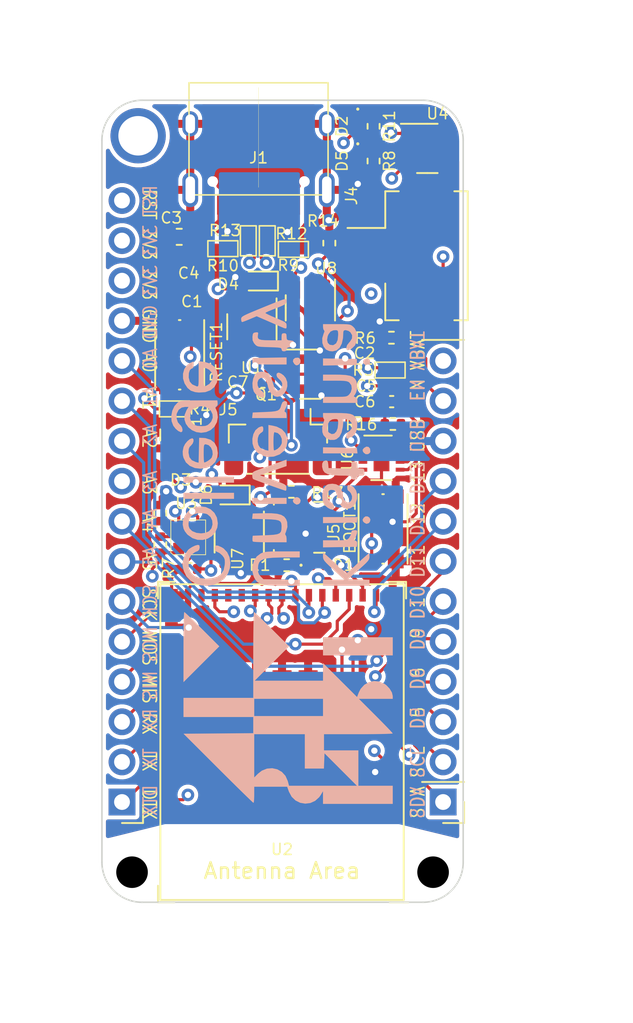
<source format=kicad_pcb>
(kicad_pcb (version 20211014) (generator pcbnew)
  (layers (0 "F.Cu" signal) (1 "In1.Cu" signal) (2 "In2.Cu" signal) (31 "B.Cu" signal) (34 "B.Paste" user) (35 "F.Paste" user) (36 "B.SilkS" user "B.Silkscreen") (37 "F.SilkS" user "F.Silkscreen") (38 "B.Mask" user) (39 "F.Mask" user) (44 "Edge.Cuts" user))
  (net 0 "")
  (net 1 "/BOOT")
  (net 2 "GND")
  (net 3 "/ENABLE")
  (net 4 "USB")
  (net 5 "+3V3")
  (net 6 "+3.3VA")
  (net 7 "D13")
  (net 8 "Net-(R15-Pad2)")
  (net 9 "Net-(D2-Pad1)")
  (net 10 "Net-(J1-PadA5)")
  (net 11 "/DP")
  (net 12 "/DN")
  (net 14 "Net-(J1-PadB5)")
  (net 16 "Net-(R16-Pad2)")
  (net 17 "Net-(D1-Pad1)")
  (net 18 "/USB_DN")
  (net 19 "/USB_DP")
  (net 20 "D5")
  (net 22 "D6")
  (net 23 "D9")
  (net 25 "D10")
  (net 26 "D11")
  (net 27 "D12")
  (net 28 "EN")
  (net 29 "VBAT")
  (net 30 "DEBUG_TX")
  (net 33 "TX")
  (net 34 "RX")
  (net 35 "MISO")
  (net 36 "MOSI")
  (net 44 "/APA_DATA")
  (net 45 "/APA_CLOCK")
  (net 46 "SCK")
  (net 48 "A5")
  (net 49 "A4")
  (net 50 "A3")
  (net 51 "A2")
  (net 52 "A1")
  (net 53 "I2C_PWR")
  (net 56 "Net-(R17-Pad2)")
  (net 57 "A0")
  (net 58 "RST")
  (net 67 "/VB")
  (net 68 "Net-(D5-Pad1)")
  (net 69 "Net-(D6-Pad1)")
  (net 70 "I2C_SCL")
  (net 71 "I2C_SDA")
  (net 72 "MAG")
  (net 73 "Net-(R8-Pad1)")
  (net 74 "Net-(R14-Pad2)")
  (footprint "Diode_SMD:D_SOD-523" (layer "F.Cu") (at 191.6 68.6 180)
    (fp_text reference "D4")
    (fp_text value "MSK4005")
  )
  (footprint "Capacitor_SMD:C_0402_1005Metric" (layer "F.Cu") (at 199.945 75.24)
    (fp_text reference "C5")
    (fp_text value "0.1uF")
  )
  (footprint "Resistor_SMD:R_0402_1005Metric" (layer "F.Cu") (at 197.8 77.6 180)
    (fp_text reference "R15" hide)
    (fp_text value "10k")
  )
  (footprint "Espressif:ESP32-S2-MINI-1" (layer "F.Cu") (at 193.007053 95.504457 180)
    (fp_text reference "U2")
    (fp_text value "ESP32-S3-MINI-1")
  )
  (footprint "Resistor_SMD:R_0402_1005Metric" (layer "F.Cu") (at 185.3 85.3 -90)
    (fp_text reference "R3" hide)
    (fp_text value "10k")
  )
  (footprint "Capacitor_SMD:C_0402_1005Metric" (layer "F.Cu") (at 199.93 73.17)
    (fp_text reference "C2")
    (fp_text value "0.1uF")
  )
  (footprint "Capacitor_SMD:C_0402_1005Metric" (layer "F.Cu") (at 191.8 75 180)
    (fp_text reference "C7")
    (fp_text value "0.1uF")
  )
  (footprint "Resistor_SMD:R_0402_1005Metric" (layer "F.Cu") (at 198.8 58.8 90)
    (fp_text reference "R11")
    (fp_text value "1k")
  )
  (footprint "Resistor_SMD:R_0402_1005Metric" (layer "F.Cu") (at 190.871278 66.054336 -90)
    (fp_text reference "R13")
    (fp_text value "33R")
  )
  (footprint "Package_TO_SOT_SMD:SOT-23-5" (layer "F.Cu") (at 190.3 85 -90)
    (fp_text reference "U7")
    (fp_text value "AP2112K-3.3")
  )
  (footprint "Resistor_SMD:R_0402_1005Metric" (layer "F.Cu") (at 187.13 86.84)
    (fp_text reference "R7")
    (fp_text value "100k")
  )
  (footprint "Package_LGA:LGA-16_3x3mm_P0.5mm_LayoutBorder3x5y" (layer "F.Cu") (at 194.1 84.2 180)
    (fp_text reference "U5")
    (fp_text value "LIS3DH")
  )
  (footprint "Resistor_SMD:R_0402_1005Metric" (layer "F.Cu") (at 199.93 72.19 180)
    (fp_text reference "R6")
    (fp_text value "100k")
  )
  (footprint "Resistor_SMD:R_0402_1005Metric" (layer "F.Cu") (at 196 66.2 -90)
    (fp_text reference "R14")
    (fp_text value "5.1k")
  )
  (footprint "ToyTronics:LTR-329ALS-01" (layer "F.Cu") (at 187.071 84.836)
    (fp_text reference "U3")
    (fp_text value "LTR-329ALS-01")
  )
  (footprint "Sensor_Humidity:Sensirion_DFN-8-1EP_2.5x2.5mm_P0.5mm_EP1.1x1.7mm" (layer "F.Cu") (at 199.3 79.8)
    (fp_text reference "U6")
    (fp_text value "SHT31-DIS")
  )
  (footprint "Package_TO_SOT_SMD:SOT-23" (layer "F.Cu") (at 194.8 74.5)
    (fp_text reference "Q1")
    (fp_text value "DMG3415u")
  )
  (footprint "LED_SMD:LED-APA102-2020" (layer "F.Cu") (at 186.7 79.2 -90)
    (fp_text reference "D3")
    (fp_text value "APA102-2020")
  )
  (footprint "Resistor_SMD:R_0402_1005Metric" (layer "F.Cu") (at 193.723312 66.595268)
    (fp_text reference "R9")
    (fp_text value "5.1k")
  )
  (footprint "Capacitor_SMD:C_0603_1608Metric" (layer "F.Cu") (at 186.5 65.8 180)
    (fp_text reference "C3")
    (fp_text value "10uF")
  )
  (footprint "Resistor_SMD:R_0402_1005Metric" (layer "F.Cu") (at 193.3 86.6)
    (fp_text reference "R1")
    (fp_text value "1k")
  )
  (footprint "Resistor_SMD:R_0402_1005Metric" (layer "F.Cu") (at 192.071278 66.054336 -90)
    (fp_text reference "R12")
    (fp_text value "33R")
  )
  (footprint "Resistor_SMD:R_0402_1005Metric" (layer "F.Cu") (at 186.2 76.7 180)
    (fp_text reference "R4")
    (fp_text value "10k")
  )
  (footprint "Connector_PinHeader_2.54mm:PinHeader_1x16_P2.54mm_Vertical" (layer "F.Cu") (at 182.88 101.6 180)
    (fp_text reference "J3" hide)
    (fp_text value "Conn_01x16_Female")
  )
  (footprint "Resistor_SMD:R_0402_1005Metric" (layer "F.Cu") (at 200.02 77.65)
    (fp_text reference "R16")
    (fp_text value "10k")
  )
  (footprint "Connector_JST:JST_SH_BM04B-SRSS-TB_1x04-1MP_P1.00mm_Vertical" (layer "F.Cu") (at 192.75 78.8 180)
    (fp_text reference "J5")
    (fp_text value "STEMMA")
  )
  (footprint "LED_SMD:LED_0402_1005Metric" (layer "F.Cu") (at 195.3 86.6)
    (fp_text reference "D1")
    (fp_text value "LED")
  )
  (footprint "LED_SMD:LED_0402_1005Metric" (layer "F.Cu") (at 197.8 58.8 -90)
    (fp_text reference "D2")
    (fp_text value "LED")
  )
  (footprint "Button_Switch_SMD:SW_Push_1P1T_NO_CK_KMR2" (layer "F.Cu") (at 186.529418 73.273076 -90)
    (fp_text reference "RESET1")
    (fp_text value "RESET")
  )
  (footprint "Resistor_SMD:R_0402_1005Metric" (layer "F.Cu") (at 193.6 81.95)
    (fp_text reference "R17")
    (fp_text value "10k")
  )
  (footprint "Resistor_SMD:R_0402_1005Metric" (layer "F.Cu") (at 199.845 74.24)
    (fp_text reference "R5")
    (fp_text value "10k")
  )
  (footprint "Connector_PinHeader_2.54mm:PinHeader_1x12_P2.54mm_Vertical" (layer "F.Cu") (at 203.2 101.6 180)
    (fp_text reference "J2" hide)
    (fp_text value "Conn_01x12_Female")
  )
  (footprint "Connector_JST:JST_PH_B2B-PH-SM4-TB_1x02-1MP_P2.00mm_Vertical" (layer "F.Cu") (at 200.4 67 -90)
    (fp_text reference "J4")
    (fp_text value "Conn_01x02_Female")
  )
  (footprint "Button_Switch_SMD:SW_Push_1P1T_NO_CK_KMR2" (layer "F.Cu") (at 199.4 84.3 90)
    (fp_text reference "BOOT1")
    (fp_text value "BOOT")
  )
  (footprint "LED_SMD:LED_0402_1005Metric" (layer "F.Cu") (at 197.8 61 -90)
    (fp_text reference "D5")
    (fp_text value "LED")
  )
  (footprint "Package_TO_SOT_SMD:SOT-23-5" (layer "F.Cu") (at 194.8 70.3 -90)
    (fp_text reference "U8")
    (fp_text value "MCP73831-2-OT")
  )
  (footprint "USB-C-Power-tester:MountingHole_2.0mm_NoPad" (layer "F.Cu") (at 183.515 106.045)
    (fp_text reference "H3" hide)
    (fp_text value "MountingHole")
  )
  (footprint "Capacitor_SMD:C_0402_1005Metric" (layer "F.Cu") (at 199.945 76.24)
    (fp_text reference "C6")
    (fp_text value "0.1uF")
  )
  (footprint "Resistor_SMD:R_0402_1005Metric" (layer "F.Cu") (at 198.8 61 90)
    (fp_text reference "R8")
    (fp_text value "1k")
  )
  (footprint "Capacitor_SMD:C_0402_1005Metric" (layer "F.Cu") (at 185.7 69.9 180)
    (fp_text reference "C1")
    (fp_text value "0.1uF")
  )
  (footprint "USB-C-Power-tester:MountingHole_2.0mm_NoPad" (layer "F.Cu") (at 202.565 106.045)
    (fp_text reference "H2" hide)
    (fp_text value "MountingHole")
  )
  (footprint "Resistor_SMD:R_0402_1005Metric" (layer "F.Cu") (at 189.264284 66.551408 180)
    (fp_text reference "R10")
    (fp_text value "5.1k")
  )
  (footprint "Capacitor_SMD:C_0402_1005Metric" (layer "F.Cu") (at 187.054766 67.169914 180)
    (fp_text reference "C4")
    (fp_text value "0.1uF")
  )
  (footprint "Diode_SMD:D_SOD-523" (layer "F.Cu") (at 189.81 82.15 180)
    (fp_text reference "D6")
    (fp_text value "MSK4005")
  )
  (footprint "USB-C-Power-tester:MountingHole_2.5mm_Pad" (layer "F.Cu") (at 183.9 59.4)
    (fp_text reference "H1" hide)
    (fp_text value "MountingHole")
  )
  (footprint "Package_TO_SOT_SMD:SOT-23-5" (layer "F.Cu") (at 191.1 71.5 -90)
    (fp_text reference "U1")
    (fp_text value "AP2112K-3.3")
  )
  (footprint "Package_TO_SOT_SMD:SOT-23" (layer "F.Cu") (at 202.2 60.2)
    (fp_text reference "U4")
    (fp_text value "MT8691AT")
  )
  (footprint "USB-C-Power-tester:TYPE-C-31-M-12" (layer "F.Cu") (at 191.520032 58.645268 180)
    (fp_text reference "J1")
    (fp_text value "USB_C_Receptacle_USB2.0")
  )
  (footprint "Resistor_SMD:R_0402_1005Metric" (layer "F.Cu") (at 185.3 83.3 90)
    (fp_text reference "R2" hide)
    (fp_text value "10k")
  )
  (footprint "feather:HK_engelsk-logo" (layer "B.Cu") (at 193.04 85.725 90)
    (fp_text reference "H4" hide)
    (fp_text value "HK Logo" hide)
  )
  (gr_line (start 181.61 59.69) (end 181.61 105.41) (layer "Edge.Cuts") (width 0.1))
  (gr_arc (start 201.93 57.15) (mid 203.726051 57.893949) (end 204.47 59.69) (layer "Edge.Cuts") (width 0.1))
  (gr_arc (start 184.15 107.95) (mid 182.353949 107.206051) (end 181.61 105.41) (layer "Edge.Cuts") (width 0.1))
  (gr_arc (start 204.47 105.41) (mid 203.726051 107.206051) (end 201.93 107.95) (layer "Edge.Cuts") (width 0.1))
  (gr_line (start 204.47 105.41) (end 204.47 59.69) (layer "Edge.Cuts") (width 0.1))
  (gr_line (start 184.15 107.95) (end 201.93 107.95) (layer "Edge.Cuts") (width 0.1))
  (gr_line (start 201.93 57.15) (end 184.15 57.15) (layer "Edge.Cuts") (width 0.1))
  (gr_arc (start 181.61 59.69) (mid 182.353949 57.893949) (end 184.15 57.15) (layer "Edge.Cuts") (width 0.1))
  (gr_text "SDA SCL  D5  D6  D9 D10 D11 D12 D13 USB  EN VBAT" (at 201.52 102.72 270) (layer "B.SilkS") (effects (font (size 0.85 0.72) (thickness 0.1)) (justify left mirror)))
  (gr_text "RST 3V3 3V3 GND A0  A1  A2   A3  A4  A5  SCK MOS MIS RX  TX  DTX" (at 184.67 62.47 90) (layer "B.SilkS") (effects (font (size 0.85 0.72) (thickness 0.1)) (justify left mirror)))
  (gr_text "RST 3V3 3V3 GND A0  A1  A2   A3  A4  A5  SCK MOS MIS RX  TX  DTX" (at 184.6 62.71 270) (layer "F.SilkS") (effects (font (size 0.85 0.72) (thickness 0.1)) (justify left)))
  (gr_text "SDA SCL  D5  D6  D9 D10 D11 D12 D13 USB  EN VBAT" (at 201.6 102.7 90) (layer "F.SilkS") (effects (font (size 0.85 0.72) (thickness 0.1)) (justify left)))
  (segment (start 198.68 86.27) (end 198.59 86.36) (width 0.2) (layer "F.Cu") (net 1))
  (segment (start 199.21 74.09) (end 199.36 74.24) (width 0.2) (layer "F.Cu") (net 1))
  (segment (start 199.36 74.24) (end 199.36 73.23) (width 0.2) (layer "F.Cu") (net 1))
  (segment (start 200.007053 98.904457) (end 199.404457 98.904457) (width 0.2) (layer "F.Cu") (net 1))
  (segment (start 199.404457 98.904457) (end 198.85 98.35) (width 0.2) (layer "F.Cu") (net 1))
  (segment (start 198.68 85.22) (end 198.68 82.37) (width 0.2) (layer "F.Cu") (net 1))
  (segment (start 199.36 73.23) (end 199.47 73.12) (width 0.2) (layer "F.Cu") (net 1))
  (segment (start 198.68 82.37) (end 198.6 82.29) (width 0.2) (layer "F.Cu") (net 1))
  (segment (start 198.44 74.09) (end 199.21 74.09) (width 0.2) (layer "F.Cu") (net 1))
  (segment (start 198.68 85.22) (end 198.68 86.27) (width 0.2) (layer "F.Cu") (net 1))
  (via (at 198.85 98.35) (size 0.8) (drill 0.4) (layers "F.Cu" "B.Cu") (net 1))
  (via (at 198.44 74.09) (size 0.8) (drill 0.4) (layers "F.Cu" "B.Cu") (net 1))
  (via (at 198.68 85.22) (size 0.8) (drill 0.4) (layers "F.Cu" "B.Cu") (net 1))
  (segment (start 187.405 87.755) (end 187.02 88.14) (width 0.2) (layer "F.Cu") (net 2))
  (segment (start 192.875 83.7) (end 192.29 83.7) (width 0.2) (layer "F.Cu") (net 2))
  (segment (start 200.475 79.05) (end 199.92 79.05) (width 0.2) (layer "F.Cu") (net 2))
  (segment (start 192.75 82.68) (end 192.4 82.68) (width 0.2) (layer "F.Cu") (net 2))
  (segment (start 200.475 79.55) (end 199.63 79.55) (width 0.2) (layer "F.Cu") (net 2))
  (segment (start 195.85 65.7) (end 195.95 65.7) (width 0.2) (layer "F.Cu") (net 2))
  (segment (start 195.325 83.2) (end 195.76 83.2) (width 0.2) (layer "F.Cu") (net 2))
  (segment (start 192.21 85.61) (end 191.99 85.83) (width 0.2) (layer "F.Cu") (net 2))
  (segment (start 198.190978 81.21) (end 197.65 81.750978) (width 0.2) (layer "F.Cu") (net 2))
  (segment (start 188.56 84.71) (end 188.56 83.56) (width 0.2) (layer "F.Cu") (net 2))
  (segment (start 200.22 85.58) (end 200.22 86.33) (width 0.2) (layer "F.Cu") (net 2))
  (segment (start 191.595 87.755) (end 187.405 87.755) (width 0.2) (layer "F.Cu") (net 2))
  (segment (start 192.79 86.19) (end 192.21 85.61) (width 0.2) (layer "F.Cu") (net 2))
  (segment (start 199.3 79.8) (end 199.3 79.08) (width 0.2) (layer "F.Cu") (net 2))
  (segment (start 199.3 79.8) (end 199.3 81.21) (width 0.2) (layer "F.Cu") (net 2))
  (segment (start 201.13 76.25) (end 200.44 76.25) (width 0.2) (layer "F.Cu") (net 2))
  (segment (start 200.2 82.25) (end 199.22 83.23) (width 0.2) (layer "F.Cu") (net 2))
  (segment (start 188.145032 64.504968) (end 187.9 64.75) (width 0.2) (layer "F.Cu") (net 2))
  (segment (start 198.8 59.4) (end 199.6 60.2) (width 0.2) (layer "F.Cu") (net 2))
  (segment (start 199.22 83.23) (end 199.22 84.58) (width 0.2) (layer "F.Cu") (net 2))
  (segment (start 200.86 73.14) (end 201.5 73.78) (width 0.2) (layer "F.Cu") (net 2))
  (segment (start 195.15 64.75) (end 195.95 64.75) (width 0.2) (layer "F.Cu") (net 2))
  (segment (start 198.8 59.31) (end 198.8 59.4) (width 0.2) (layer "F.Cu") (net 2))
  (segment (start 193.09 81.95) (end 193.09 82.34) (width 0.2) (layer "F.Cu") (net 2))
  (segment (start 192.875 84.7) (end 192.3 84.7) (width 0.2) (layer "F.Cu") (net 2))
  (segment (start 187.405 87.755) (end 187.405 87.725) (width 0.2) (layer "F.Cu") (net 2))
  (segment (start 198.32 78.1) (end 198.32 77.59) (width 0.2) (layer "F.Cu") (net 2))
  (segment (start 188.420032 64.629968) (end 188.3 64.75) (width 0.2) (layer "F.Cu") (net 2))
  (segment (start 191.99 85.83) (end 191.99 87.36) (width 0.2) (layer "F.Cu") (net 2))
  (segment (start 191.99 87.36) (end 191.595 87.755) (width 0.2) (layer "F.Cu") (net 2))
  (segment (start 187.671 85.536) (end 187.734 85.536) (width 0.2) (layer "F.Cu") (net 2))
  (segment (start 199.6 60.2) (end 203.15 60.2) (width 0.2) (layer "F.Cu") (net 2))
  (segment (start 187.02 88.14) (end 187.02 88.51) (width 0.2) (layer "F.Cu") (net 2))
  (segment (start 185.674297 71.223573) (end 185.674297 70.624297) (width 0.2) (layer "F.Cu") (net 2))
  (segment (start 186.62 86.84) (end 186.56 86.84) (width 0.2) (layer "F.Cu") (net 2))
  (segment (start 194.657053 97.154457) (end 194.657053 98.137053) (width 0.2) (layer "F.Cu") (net 2))
  (segment (start 188.145032 63.745268) (end 188.145032 64.504968) (width 0.2) (layer "F.Cu") (net 2))
  (segment (start 186.02 87.38) (end 186.02 88.53) (width 0.2) (layer "F.Cu") (net 2))
  (segment (start 188.420032 63.745268) (end 188.420032 64.629968) (width 0.2) (layer "F.Cu") (net 2))
  (segment (start 199.22 84.58) (end 200.22 85.58) (width 0.2) (layer "F.Cu") (net 2))
  (segment (start 194.657053 98.137053) (end 195.58 99.06) (width 0.2) (layer "F.Cu") (net 2))
  (segment (start 185.215 70.165) (end 185.215 69.9) (width 0.2) (layer "F.Cu") (net 2))
  (segment (start 200.43 73.14) (end 200.86 73.14) (width 0.2) (layer "F.Cu") (net 2))
  (segment (start 201.85 79.92) (end 201.85 76.97) (width 0.2) (layer "F.Cu") (net 2))
  (segment (start 194.895032 64.495032) (end 195.15 64.75) (width 0.2) (layer "F.Cu") (net 2))
  (segment (start 187.671 85.536) (end 187.671 85.659) (width 0.2) (layer "F.Cu") (net 2))
  (segment (start 201.85 79.92) (end 202.21 79.92) (width 0.2) (layer "F.Cu") (net 2))
  (segment (start 187.9 64.75) (end 187.75 64.75) (width 0.2) (layer "F.Cu") (net 2))
  (segment (start 188.3 64.75) (end 187.75 64.75) (width 0.2) (layer "F.Cu") (net 2))
  (segment (start 194.620032 64.470032) (end 195.85 65.7) (width 0.2) (layer "F.Cu") (net 2))
  (segment (start 192.79 86.6) (end 192.79 86.19) (width 0.2) (layer "F.Cu") (net 2))
  (segment (start 200.22 85.58) (end 201.85 83.95) (width 0.2) (layer "F.Cu") (net 2))
  (segment (start 199.3 81.21) (end 199.3 81.29) (width 0.2) (layer "F.Cu") (net 2))
  (segment (start 194.657053 97.154457) (end 194.657053 95.507053) (width 0.2) (layer "F.Cu") (net 2))
  (segment (start 194.657053 97.154457) (end 193.004457 97.154457) (width 0.2) (layer "F.Cu") (net 2))
  (segment (start 195.76 83.2) (end 195.91 83.05) (width 0.2) (layer "F.Cu") (net 2))
  (segment (start 195.91 83.05) (end 195.91 81.86) (width 0.2) (layer "F.Cu") (net 2))
  (segment (start 199.3 79.08) (end 198.32 78.1) (width 0.2) (layer "F.Cu") (net 2))
  (segment (start 187.734 85.536) (end 188.56 84.71) (width 0.2) (layer "F.Cu") (net 2))
  (segment (start 199.3 81.21) (end 198.190978 81.21) (width 0.2) (layer "F.Cu") (net 2))
  (segment (start 190.3 83.8625) (end 190.3 83.08) (width 0.2) (layer "F.Cu") (net 2))
  (segment (start 186.62 86.84) (end 186.62 86.97) (width 0.2) (layer "F.Cu") (net 2))
  (segment (start 187.671 85.659) (end 186.56 86.77) (width 0.2) (layer "F.Cu") (net 2))
  (segment (start 193.09 82.34) (end 192.75 82.68) (width 0.2) (layer "F.Cu") (net 2))
  (segment (start 201.85 83.95) (end 201.85 79.92) (width 0.2) (layer "F.Cu") (net 2))
  (segment (start 199.3 81.29) (end 200.2 82.19) (width 0.2) (layer "F.Cu") (net 2))
  (segment (start 194.620032 63.745268) (end 194.620032 64.470032) (width 0.2) (layer "F.Cu") (net 2))
  (segment (start 194.657053 95.507053) (end 194.65 95.5) (width 0.2) (layer "F.Cu") (net 2))
  (segment (start 192.29 83.7) (end 192.26 83.73) (width 0.2) (layer "F.Cu") (net 2))
  (segment (start 193.004457 97.154457) (end 193 97.15) (width 0.2) (layer "F.Cu") (net 2))
  (segment (start 199.63 79.55) (end 199.44 79.74) (width 0.2) (layer "F.Cu") (net 2))
  (segment (start 202.21 79.92) (end 202.31 80.02) (width 0.2) (layer "F.Cu") (net 2))
  (segment (start 186.62 86.97) (end 187.405 87.755) (width 0.2) (layer "F.Cu") (net 2))
  (segment (start 195.91 81.86) (end 196.22 81.55) (width 0.2) (layer "F.Cu") (net 2))
  (segment (start 185.674297 70.624297) (end 185.215 70.165) (width 0.2) (layer "F.Cu") (net 2))
  (segment (start 197.65 81.750978) (end 197.65 83.18) (width 0.2) (layer "F.Cu") (net 2))
  (segment (start 190.3 83.08) (end 189.84 82.62) (width 0.2) (layer "F.Cu") (net 2))
  (segment (start 194.895032 63.745268) (end 194.895032 64.495032) (width 0.2) (layer "F.Cu") (net 2))
  (segment (start 186.56 86.84) (end 186.02 87.38) (width 0.2) (layer "F.Cu") (net 2))
  (segment (start 187.75 64.75) (end 187.2 64.75) (width 0.2) (layer "F.Cu") (net 2))
  (segment (start 199.92 79.05) (end 199.33 79.64) (width 0.2) (layer "F.Cu") (net 2))
  (segment (start 201.85 76.97) (end 201.13 76.25) (width 0.2) (layer "F.Cu") (net 2))
  (via (at 198.65 90.65) (size 0.8) (drill 0.4) (layers "F.Cu" "B.Cu") (net 2))
  (via (at 195.95 64.75) (size 0.8) (drill 0.4) (layers "F.Cu" "B.Cu") (net 2))
  (segment (start 187.274297 75.323573) (end 187.274297 73.474297) (width 0.2) (layer "F.Cu") (net 3))
  (segment (start 186.745543 101.454457) (end 187.05 101.15) (width 0.2) (layer "F.Cu") (net 3))
  (segment (start 187.3 70.5) (end 187.3 71.2) (width 0.2) (layer "F.Cu") (net 3))
  (segment (start 187.329418 75.323076) (end 187.329418 75.970582) (width 0.2) (layer "F.Cu") (net 3))
  (segment (start 186.007053 101.454457) (end 186.745543 101.454457) (width 0.2) (layer "F.Cu") (net 3))
  (segment (start 187.274297 71.223573) (end 187.274297 73.325703) (width 0.2) (layer "F.Cu") (net 3))
  (segment (start 186.7 69.9) (end 187.3 70.5) (width 0.2) (layer "F.Cu") (net 3))
  (segment (start 187.274297 73.474297) (end 187.2 73.4) (width 0.2) (layer "F.Cu") (net 3))
  (segment (start 187.274297 73.325703) (end 187.2 73.4) (width 0.2) (layer "F.Cu") (net 3))
  (segment (start 186.185 69.9) (end 186.7 69.9) (width 0.2) (layer "F.Cu") (net 3))
  (segment (start 187.329418 75.970582) (end 186.7 76.6) (width 0.2) (layer "F.Cu") (net 3))
  (via (at 187.05 101.15) (size 0.8) (drill 0.4) (layers "F.Cu" "B.Cu") (net 3))
  (via (at 187.2 73.4) (size 0.8) (drill 0.4) (layers "F.Cu" "B.Cu") (net 3))
  (segment (start 189.5505 65.450005) (end 189.020032 64.919537) (width 0.25) (layer "F.Cu") (net 4))
  (segment (start 189.220032 65.119537) (end 189.5505 65.450005) (width 0.25) (layer "F.Cu") (net 4))
  (segment (start 189.220032 63.755268) (end 189.220032 65.119537) (width 0.25) (layer "F.Cu") (net 4))
  (segment (start 189.09 82.06) (end 189.09 81.37) (width 0.2) (layer "F.Cu") (net 4))
  (segment (start 189.09 81.37) (end 188.56 80.84) (width 0.2) (layer "F.Cu") (net 4))
  (segment (start 194.020032 64.830179) (end 193.351306 65.498905) (width 0.2) (layer "F.Cu") (net 4))
  (segment (start 190.3 68.6) (end 190.05 68.35) (width 0.2) (layer "F.Cu") (net 4))
  (segment (start 193.8625 72.8125) (end 193.7 72.65) (width 0.2) (layer "F.Cu") (net 4))
  (segment (start 193.8625 73.55) (end 193.8625 72.8125) (width 0.2) (layer "F.Cu") (net 4))
  (segment (start 189.020032 64.779968) (end 188.605 65.195) (width 0.2) (layer "F.Cu") (net 4))
  (segment (start 188.349653 65.450347) (end 189.550158 65.450347) (width 0.25) (layer "F.Cu") (net 4))
  (segment (start 189.5505 65.443988) (end 189.5505 65.450005) (width 0.25) (layer "F.Cu") (net 4))
  (segment (start 188.920032 64.879968) (end 188.605 65.195) (width 0.25) (layer "F.Cu") (net 4))
  (segment (start 190.9 68.6) (end 190.3 68.6) (width 0.2) (layer "F.Cu") (net 4))
  (segment (start 193.820032 65.030179) (end 193.351306 65.498905) (width 0.25) (layer "F.Cu") (net 4))
  (segment (start 189.020032 64.919537) (end 189.020032 64.779968) (width 0.25) (layer "F.Cu") (net 4))
  (segment (start 187.699653 65.450347) (end 187.35 65.8) (width 0.25) (layer "F.Cu") (net 4))
  (segment (start 189.550158 65.450347) (end 189.5505 65.450005) (width 0.25) (layer "F.Cu") (net 4))
  (segment (start 189.020032 63.745268) (end 189.020032 64.779968) (width 0.2) (layer "F.Cu") (net 4))
  (segment (start 193.820032 63.755268) (end 193.820032 65.030179) (width 0.25) (layer "F.Cu") (net 4))
  (segment (start 187.2875 65.8) (end 187.2875 66.9375) (width 0.2) (layer "F.Cu") (net 4))
  (segment (start 188.605 65.195) (end 188.349653 65.450347) (width 0.25) (layer "F.Cu") (net 4))
  (segment (start 194.020032 63.745268) (end 194.020032 64.830179) (width 0.2) (layer "F.Cu") (net 4))
  (segment (start 187.2875 66.9375) (end 187.55 67.2) (width 0.2) (layer "F.Cu") (net 4))
  (segment (start 188.349653 65.450347) (end 187.699653 65.450347) (width 0.25) (layer "F.Cu") (net 4))
  (via (at 193.7 72.65) (size 0.8) (drill 0.4) (layers "F.Cu" "B.Cu") (net 4))
  (via (at 189.5505 65.450005) (size 0.8) (drill 0.4) (layers "F.Cu" "B.Cu") (net 4))
  (via (at 188.56 80.84) (size 0.8) (drill 0.4) (layers "F.Cu" "B.Cu") (net 4))
  (via (at 190.05 68.35) (size 0.8) (drill 0.4) (layers "F.Cu" "B.Cu") (net 4))
  (via (at 193.351306 65.498905) (size 0.8) (drill 0.4) (layers "F.Cu" "B.Cu") (net 4))
  (segment (start 188.56 80.84) (end 188.56 80.32) (width 0.2) (layer "B.Cu") (net 4))
  (segment (start 188.56 80.32) (end 189.41 79.47) (width 0.2) (layer "B.Cu") (net 4))
  (segment (start 199.95 59.25) (end 199.9 59.2) (width 0.2) (layer "F.Cu") (net 5))
  (segment (start 193.25 78.65) (end 193.6 79) (width 0.2) (layer "F.Cu") (net 5))
  (segment (start 200.007053 99.754457) (end 198.954457 99.754457) (width 0.2) (layer "F.Cu") (net 5))
  (segment (start 184.969607 76.7) (end 184.3005 76.030893) (width 0.2) (layer "F.Cu") (net 5))
  (segment (start 199.46 75.24) (end 200.32 74.38) (width 0.2) (layer "F.Cu") (net 5))
  (segment (start 197.465 59.285) (end 196.9 59.85) (width 0.2) (layer "F.Cu") (net 5))
  (segment (start 198.954457 99.754457) (end 198.9 99.7) (width 0.2) (layer "F.Cu") (net 5))
  (segment (start 201.2625 59.25) (end 199.95 59.25) (width 0.2) (layer "F.Cu") (net 5))
  (segment (start 193.25 77.475) (end 193.25 78.65) (width 0.2) (layer "F.Cu") (net 5))
  (segment (start 200.32 74.38) (end 200.32 74.21) (width 0.2) (layer "F.Cu") (net 5))
  (segment (start 192.05 72.6375) (end 192.05 73.2) (width 0.2) (layer "F.Cu") (net 5))
  (segment (start 185.715 76.7) (end 184.969607 76.7) (width 0.2) (layer "F.Cu") (net 5))
  (segment (start 199.46 75.24) (end 198.41 75.24) (width 0.2) (layer "F.Cu") (net 5))
  (segment (start 197.8 59.285) (end 197.465 59.285) (width 0.2) (layer "F.Cu") (net 5))
  (segment (start 198.41 75.24) (end 198.4 75.25) (width 0.2) (layer "F.Cu") (net 5))
  (segment (start 192.05 73.2) (end 191.3 73.95) (width 0.2) (layer "F.Cu") (net 5))
  (via (at 184.3005 76.030893) (size 0.8) (drill 0.4) (layers "F.Cu" "B.Cu") (net 5))
  (via (at 199.9 59.2) (size 0.8) (drill 0.4) (layers "F.Cu" "B.Cu") (net 5))
  (via (at 191.3 73.95) (size 0.8) (drill 0.4) (layers "F.Cu" "B.Cu") (net 5))
  (via (at 198.9 99.7) (size 0.8) (drill 0.4) (layers "F.Cu" "B.Cu") (net 5))
  (via (at 198.4 75.25) (size 0.8) (drill 0.4) (layers "F.Cu" "B.Cu") (net 5))
  (via (at 196.9 59.85) (size 0.8) (drill 0.4) (layers "F.Cu" "B.Cu") (net 5))
  (via (at 193.6 79) (size 0.8) (drill 0.4) (layers "F.Cu" "B.Cu") (net 5))
  (segment (start 193.6 79) (end 193.6 76.25) (width 0.2) (layer "B.Cu") (net 5))
  (segment (start 193.6 76.25) (end 191.3 73.95) (width 0.2) (layer "B.Cu") (net 5))
  (segment (start 200.957171 83.852829) (end 201.5 83.31) (width 0.2) (layer "F.Cu") (net 6))
  (segment (start 199.465 76.945) (end 199.51 76.99) (width 0.2) (layer "F.Cu") (net 6))
  (segment (start 200.475 80.55) (end 200.97 80.55) (width 0.2) (layer "F.Cu") (net 6))
  (segment (start 195.325 85.2) (end 195.325 85.451618) (width 0.2) (layer "F.Cu") (net 6))
  (segment (start 185.3 82.79) (end 185.3 82.289) (width 0.2) (layer "F.Cu") (net 6))
  (segment (start 191.25 86.25) (end 190.4 87.1) (width 0.2) (layer "F.Cu") (net 6))
  (segment (start 201.5 83.31) (end 201.5 79.91) (width 0.2) (layer "F.Cu") (net 6))
  (segment (start 200.96 76.99) (end 199.51 76.99) (width 0.2) (layer "F.Cu") (net 6))
  (segment (start 199.51 77.65) (end 199.51 76.99) (width 0.2) (layer "F.Cu") (net 6))
  (segment (start 193.6 83.701923) (end 194.498725 84.600648) (width 0.2) (layer "F.Cu") (net 6))
  (segment (start 185.3 86.32) (end 184.8 86.82) (width 0.2) (layer "F.Cu") (net 6))
  (segment (start 193.6 85.425) (end 193.6 85.7) (width 0.2) (layer "F.Cu") (net 6))
  (segment (start 201.5 79.91) (end 201.5 77.53) (width 0.2) (layer "F.Cu") (net 6))
  (segment (start 193.6 85.173382) (end 194.172734 84.600648) (width 0.2) (layer "F.Cu") (net 6))
  (segment (start 185.3 85.81) (end 185.3 86.32) (width 0.2) (layer "F.Cu") (net 6))
  (segment (start 184.8 86.82) (end 184.8 87.3) (width 0.2) (layer "F.Cu") (net 6))
  (segment (start 186.224 85.81) (end 186.436 85.598) (width 0.2) (layer "F.Cu") (net 6))
  (segment (start 199.465 76.24) (end 199.465 76.945) (width 0.2) (layer "F.Cu") (net 6))
  (segment (start 193.9 86) (end 193.6 85.7) (width 0.2) (layer "F.Cu") (net 6))
  (segment (start 200.97 80.55) (end 201.5 80.02) (width 0.2) (layer "F.Cu") (net 6))
  (segment (start 193.6 85.425) (end 193.6 85.173382) (width 0.2) (layer "F.Cu") (net 6))
  (segment (start 185.3 85.81) (end 186.224 85.81) (width 0.2) (layer "F.Cu") (net 6))
  (segment (start 193.6 82.975) (end 193.6 83.701923) (width 0.2) (layer "F.Cu") (net 6))
  (segment (start 194.776618 86) (end 193.9 86) (width 0.2) (layer "F.Cu") (net 6))
  (segment (start 195.325 85.451618) (end 194.776618 86) (width 0.2) (layer "F.Cu") (net 6))
  (segment (start 194.172734 84.600648) (end 194.498725 84.600648) (width 0.2) (layer "F.Cu") (net 6))
  (segment (start 200 83.85) (end 200.957171 83.852829) (width 0.2) (layer "F.Cu") (net 6))
  (segment (start 185.3 82.289) (end 185.674 81.915) (width 0.2) (layer "F.Cu") (net 6))
  (segment (start 201.5 77.53) (end 200.96 76.99) (width 0.2) (layer "F.Cu") (net 6))
  (segment (start 191.25 86.1375) (end 191.25 86.25) (width 0.2) (layer "F.Cu") (net 6))
  (segment (start 201.5 80.02) (end 201.5 79.91) (width 0.2) (layer "F.Cu") (net 6))
  (via (at 184.8 87.3) (size 0.8) (drill 0.4) (layers "F.Cu" "B.Cu") (net 6))
  (via (at 185.674 81.915) (size 0.8) (drill 0.4) (layers "F.Cu" "B.Cu") (net 6))
  (via (at 200 83.85) (size 0.8) (drill 0.4) (layers "F.Cu" "B.Cu") (net 6))
  (via (at 194.498725 84.600648) (size 0.8) (drill 0.4) (layers "F.Cu" "B.Cu") (net 6))
  (via (at 190.4 87.1) (size 0.8) (drill 0.4) (layers "F.Cu" "B.Cu") (net 6))
  (segment (start 197.45 87.3) (end 196.75 86.6) (width 0.2) (layer "F.Cu") (net 7))
  (segment (start 195.785 86.6) (end 196.75 86.6) (width 0.2) (layer "F.Cu") (net 7))
  (segment (start 197.5 87.35) (end 197.5 87.3) (width 0.2) (layer "F.Cu") (net 7))
  (segment (start 197.45 87.3) (end 197.5 87.3) (width 0.2) (layer "F.Cu") (net 7))
  (segment (start 198.107053 87.957053) (end 198.107053 88.504457) (width 0.2) (layer "F.Cu") (net 7))
  (segment (start 198.107053 87.957053) (end 197.5 87.35) (width 0.2) (layer "F.Cu") (net 7))
  (via (at 196.75 86.6) (size 0.8) (drill 0.4) (layers "F.Cu" "B.Cu") (net 7))
  (segment (start 201.85 84.6) (end 201.85 82.65) (width 0.2) (layer "B.Cu") (net 7))
  (segment (start 196.8 86.6) (end 196.75 86.6) (width 0.2) (layer "B.Cu") (net 7))
  (segment (start 201.85 82.65) (end 203.2 81.3) (width 0.2) (layer "B.Cu") (net 7))
  (segment (start 197.5 87.3) (end 199.15 87.3) (width 0.2) (layer "B.Cu") (net 7))
  (segment (start 199.15 87.3) (end 201.85 84.6) (width 0.2) (layer "B.Cu") (net 7))
  (segment (start 197.5 87.3) (end 196.8 86.6) (width 0.2) (layer "B.Cu") (net 7))
  (segment (start 196.6 78.27) (end 197.24 77.63) (width 0.2) (layer "F.Cu") (net 8))
  (segment (start 197.14 79.55) (end 196.6 79.01) (width 0.2) (layer "F.Cu") (net 8))
  (segment (start 198.125 79.55) (end 197.14 79.55) (width 0.2) (layer "F.Cu") (net 8))
  (segment (start 196.6 79.01) (end 196.6 78.27) (width 0.2) (layer "F.Cu") (net 8))
  (segment (start 198.8 58.29) (end 197.86 58.29) (width 0.2) (layer "F.Cu") (net 9))
  (segment (start 197.86 58.29) (end 197.8 58.35) (width 0.2) (layer "F.Cu") (net 9))
  (segment (start 193.2 66.55) (end 193.25 66.55) (width 0.2) (layer "F.Cu") (net 10))
  (segment (start 192.7 66.05) (end 193.2 66.55) (width 0.2) (layer "F.Cu") (net 10))
  (segment (start 192.7 64.95) (end 192.7 66.05) (width 0.2) (layer "F.Cu") (net 10))
  (segment (start 192.770032 63.745268) (end 192.770032 64.879968) (width 0.2) (layer "F.Cu") (net 10))
  (segment (start 192.770032 64.879968) (end 192.7 64.95) (width 0.2) (layer "F.Cu") (net 10))
  (segment (start 191.770032 64.60429) (end 190.923312 65.45101) (width 0.2) (layer "F.Cu") (net 11))
  (segment (start 190.923312 65.45101) (end 190.923312 65.595268) (width 0.2) (layer "F.Cu") (net 11))
  (segment (start 190.770032 65.341988) (end 190.923312 65.495268) (width 0.2) (layer "F.Cu") (net 11))
  (segment (start 190.770032 63.755268) (end 190.770032 65.341988) (width 0.2) (layer "F.Cu") (net 11))
  (segment (start 191.770032 63.755268) (end 191.770032 64.60429) (width 0.2) (layer "F.Cu") (net 11))
  (segment (start 192.270032 65.348548) (end 192.270032 62.906246) (width 0.2) (layer "F.Cu") (net 12))
  (segment (start 192.268139 62.380978) (end 192.268139 62.904353) (width 0.2) (layer "F.Cu") (net 12))
  (segment (start 192.268139 62.380978) (end 192.057161 62.17) (width 0.2) (layer "F.Cu") (net 12))
  (segment (start 192.268139 62.904353) (end 192.270032 62.906246) (width 0.2) (layer "F.Cu") (net 12))
  (segment (start 192.023312 65.595268) (end 192.270032 65.348548) (width 0.2) (layer "F.Cu") (net 12))
  (segment (start 191.270032 63.745268) (end 191.270032 62.406593) (width 0.2) (layer "F.Cu") (net 12))
  (segment (start 191.502839 62.17) (end 191.268139 62.4047) (width 0.2) (layer "F.Cu") (net 12))
  (segment (start 191.270032 62.406593) (end 191.268139 62.4047) (width 0.2) (layer "F.Cu") (net 12))
  (segment (start 192.057161 62.17) (end 191.502839 62.17) (width 0.2) (layer "F.Cu") (net 12))
  (segment (start 190.2 66.05) (end 189.749284 66.500716) (width 0.2) (layer "F.Cu") (net 14))
  (segment (start 189.770032 63.745268) (end 189.770032 64.570032) (width 0.2) (layer "F.Cu") (net 14))
  (segment (start 189.770032 64.570032) (end 190.2 65) (width 0.2) (layer "F.Cu") (net 14))
  (segment (start 190.2 65) (end 190.2 66.05) (width 0.2) (layer "F.Cu") (net 14))
  (segment (start 189.749284 66.500716) (end 189.749284 66.551408) (width 0.2) (layer "F.Cu") (net 14))
  (segment (start 200.475 80.05) (end 200.95 80.05) (width 0.2) (layer "F.Cu") (net 16))
  (segment (start 200.95 80.05) (end 201.150489 79.849511) (width 0.2) (layer "F.Cu") (net 16))
  (segment (start 201.150489 79.849511) (end 201.150489 78.270489) (width 0.2) (layer "F.Cu") (net 16))
  (segment (start 201.150489 78.270489) (end 200.53 77.65) (width 0.2) (layer "F.Cu") (net 16))
  (segment (start 193.81 86.6) (end 194.85 86.6) (width 0.2) (layer "F.Cu") (net 17))
  (segment (start 191.696279 67.139832) (end 191.996278 67.439831) (width 0.2) (layer "F.Cu") (net 18))
  (segment (start 193.007053 88.504457) (end 193.007053 89.104458) (width 0.2) (layer "F.Cu") (net 18))
  (segment (start 192.807053 89.304458) (end 192.807054 89.668051) (width 0.2) (layer "F.Cu") (net 18))
  (segment (start 192.807054 89.668051) (end 193.107053 89.96805) (width 0.2) (layer "F.Cu") (net 18))
  (segment (start 191.696279 66.914335) (end 191.696279 67.139832) (width 0.2) (layer "F.Cu") (net 18))
  (segment (start 192.071278 66.539336) (end 191.696279 66.914335) (width 0.2) (layer "F.Cu") (net 18))
  (segment (start 193.007053 89.104458) (end 192.807053 89.304458) (width 0.2) (layer "F.Cu") (net 18))
  (via (at 193.107053 89.96805) (size 0.8) (drill 0.4) (layers "F.Cu" "B.Cu") (net 18))
  (via (at 191.996278 67.439831) (size 0.8) (drill 0.4) (layers "F.Cu" "B.Cu") (net 18))
  (segment (start 191.246277 67.139832) (end 190.946278 67.439831) (width 0.2) (layer "F.Cu") (net 19))
  (segment (start 192.157053 89.104458) (end 192.357053 89.304458) (width 0.2) (layer "F.Cu") (net 19))
  (segment (start 191.246277 66.914335) (end 191.246277 67.139832) (width 0.2) (layer "F.Cu") (net 19))
  (segment (start 190.871278 66.539336) (end 191.246277 66.914335) (width 0.2) (layer "F.Cu") (net 19))
  (segment (start 192.157053 88.504457) (end 192.157053 89.104458) (width 0.2) (layer "F.Cu") (net 19))
  (segment (start 192.357052 89.668051) (end 192.057053 89.96805) (width 0.2) (layer "F.Cu") (net 19))
  (segment (start 192.357053 89.304458) (end 192.357052 89.668051) (width 0.2) (layer "F.Cu") (net 19))
  (via (at 190.946278 67.439831) (size 0.8) (drill 0.4) (layers "F.Cu" "B.Cu") (net 19))
  (via (at 192.057053 89.96805) (size 0.8) (drill 0.4) (layers "F.Cu" "B.Cu") (net 19))
  (segment (start 201.254457 94.654457) (end 203.2 96.6) (width 0.2) (layer "F.Cu") (net 20))
  (segment (start 200.007053 94.654457) (end 201.254457 94.654457) (width 0.2) (layer "F.Cu") (net 20))
  (segment (start 200.007053 93.804457) (end 200.202596 94) (width 0.2) (layer "F.Cu") (net 22))
  (segment (start 200.202596 94) (end 203.2 94) (width 0.2) (layer "F.Cu") (net 22))
  (segment (start 200.007053 91.254457) (end 203.054457 91.254457) (width 0.2) (layer "F.Cu") (net 23))
  (segment (start 203.054457 91.254457) (end 203.2 91.4) (width 0.2) (layer "F.Cu") (net 23))
  (segment (start 200.007053 90.404457) (end 201.795543 90.404457) (width 0.2) (layer "F.Cu") (net 25))
  (segment (start 201.795543 90.404457) (end 203.2 89) (width 0.2) (layer "F.Cu") (net 25))
  (segment (start 200.645543 89.554457) (end 203.2 87) (width 0.2) (layer "F.Cu") (net 26))
  (segment (start 203.2 87) (end 203.2 86.4) (width 0.2) (layer "F.Cu") (net 26))
  (segment (start 200.007053 89.554457) (end 200.645543 89.554457) (width 0.2) (layer "F.Cu") (net 26))
  (segment (start 198.957053 89.442947) (end 198.85 89.55) (width 0.2) (layer "F.Cu") (net 27))
  (segment (start 198.957053 88.504457) (end 198.957053 89.442947) (width 0.2) (layer "F.Cu") (net 27))
  (via (at 198.85 89.55) (size 0.8) (drill 0.4) (layers "F.Cu" "B.Cu") (net 27))
  (segment (start 198.85 88.2) (end 203.15 83.9) (width 0.2) (layer "B.Cu") (net 27))
  (segment (start 198.85 89.55) (end 198.85 88.2) (width 0.2) (layer "B.Cu") (net 27))
  (segment (start 190.15 70.3625) (end 190.15 69.55) (width 0.2) (layer "F.Cu") (net 28))
  (segment (start 200.69 72.1) (end 202.100489 73.510489) (width 0.2) (layer "F.Cu") (net 28))
  (segment (start 202.100489 75.120489) (end 203.17 76.19) (width 0.2) (layer "F.Cu") (net 28))
  (segment (start 202.100489 73.510489) (end 202.100489 75.120489) (width 0.2) (layer "F.Cu") (net 28))
  (segment (start 200.45 72.1) (end 200.69 72.1) (width 0.2) (layer "F.Cu") (net 28))
  (segment (start 190.15 69.55) (end 189.7 69.1) (width 0.2) (layer "F.Cu") (net 28))
  (segment (start 189.7 69.1) (end 188.95 69.1) (width 0.2) (layer "F.Cu") (net 28))
  (via (at 188.95 69.1) (size 0.8) (drill 0.4) (layers "F.Cu" "B.Cu") (net 28))
  (segment (start 192.28 75) (end 192.28 74.92) (width 0.2) (layer "F.Cu") (net 29))
  (segment (start 192.7 74.5) (end 195.7 74.5) (width 0.2) (layer "F.Cu") (net 29))
  (segment (start 199.9 68) (end 203.018 68) (width 0.2) (layer "F.Cu") (net 29))
  (segment (start 203.2 67.818) (end 203.2 67.056) (width 0.2) (layer "F.Cu") (net 29))
  (segment (start 195.7375 74.5) (end 196.95 74.5) (width 0.2) (layer "F.Cu") (net 29))
  (segment (start 203.018 68) (end 203.2 67.818) (width 0.2) (layer "F.Cu") (net 29))
  (segment (start 192.28 74.92) (end 192.7 74.5) (width 0.2) (layer "F.Cu") (net 29))
  (segment (start 196.95 74.5) (end 197 74.45) (width 0.2) (layer "F.Cu") (net 29))
  (segment (start 197 74.45) (end 197 73.5) (width 0.2) (layer "F.Cu") (net 29))
  (segment (start 193.85 68.1) (end 194.2 67.75) (width 0.2) (layer "F.Cu") (net 29))
  (segment (start 193.85 69.1625) (end 193.85 68.1) (width 0.2) (layer "F.Cu") (net 29))
  (via (at 203.2 67.056) (size 0.8) (drill 0.4) (layers "F.Cu" "B.Cu") (net 29))
  (via (at 197 73.5) (size 0.8) (drill 0.4) (layers "F.Cu" "B.Cu") (net 29))
  (via (at 194.2 67.75) (size 0.8) (drill 0.4) (layers "F.Cu" "B.Cu") (net 29))
  (segment (start 185.445543 96.354457) (end 185 96.8) (width 0.2) (layer "F.Cu") (net 30))
  (segment (start 185 97.8) (end 184.2 98.6) (width 0.2) (layer "F.Cu") (net 30))
  (segment (start 185 96.8) (end 185 97.8) (width 0.2) (layer "F.Cu") (net 30))
  (segment (start 184.2 98.6) (end 184.2 100.4) (width 0.2) (layer "F.Cu") (net 30))
  (segment (start 184.2 100.4) (end 183 101.6) (width 0.2) (layer "F.Cu") (net 30))
  (segment (start 186.007053 96.354457) (end 185.445543 96.354457) (width 0.2) (layer "F.Cu") (net 30))
  (segment (start 184.6 93.6) (end 184.6 97.4) (width 0.2) (layer "F.Cu") (net 33))
  (segment (start 184.6 97.4) (end 183 99) (width 0.2) (layer "F.Cu") (net 33))
  (segment (start 185.245543 92.954457) (end 184.6 93.6) (width 0.2) (layer "F.Cu") (net 33))
  (segment (start 186.007053 92.954457) (end 185.245543 92.954457) (width 0.2) (layer "F.Cu") (net 33))
  (segment (start 186.007053 92.104457) (end 185.495543 92.104457) (width 0.2) (layer "F.Cu") (net 34))
  (segment (start 185.495543 92.104457) (end 184.2 93.4) (width 0.2) (layer "F.Cu") (net 34))
  (segment (start 184.2 93.4) (end 184.2 95.2) (width 0.2) (layer "F.Cu") (net 34))
  (segment (start 184.2 95.2) (end 182.8 96.6) (width 0.2) (layer "F.Cu") (net 34))
  (segment (start 185.454457 91.254457) (end 182.8 93.908914) (width 0.2) (layer "F.Cu") (net 35))
  (segment (start 182.8 93.908914) (end 182.8 94) (width 0.2) (layer "F.Cu") (net 35))
  (segment (start 186.007053 91.254457) (end 185.454457 91.254457) (width 0.2) (layer "F.Cu") (net 35))
  (segment (start 186.007053 89.554457) (end 184.845543 89.554457) (width 0.2) (layer "F.Cu") (net 36))
  (segment (start 184.845543 89.554457) (end 183 91.4) (width 0.2) (layer "F.Cu") (net 36))
  (segment (start 188.757053 88.504457) (end 188.757053 89.257053) (width 0.2) (layer "F.Cu") (net 44))
  (segment (start 188.757053 89.257053) (end 189.05 89.55) (width 0.2) (layer "F.Cu") (net 44))
  (segment (start 189.05 89.55) (end 189.95 89.55) (width 0.2) (layer "F.Cu") (net 44))
  (segment (start 185.8 80.8) (end 185.764825 80.835175) (width 0.2) (layer "F.Cu") (net 44))
  (segment (start 185.764825 80.835175) (end 186.588221 81.658571) (width 0.2) (layer "F.Cu") (net 44))
  (segment (start 185.8 80.05) (end 185.8 80.8) (width 0.2) (layer "F.Cu") (net 44))
  (via (at 189.95 89.55) (size 0.8) (drill 0.4) (layers "F.Cu" "B.Cu") (net 44))
  (via (at 186.588221 81.658571) (size 0.8) (drill 0.4) (layers "F.Cu" "B.Cu") (net 44))
  (segment (start 186.7 80.851816) (end 186.724092 80.875908) (width 0.2) (layer "F.Cu") (net 45))
  (segment (start 186.724092 80.875908) (end 187.198184 81.35) (width 0.2) (layer "F.Cu") (net 45))
  (segment (start 191.307053 88.504457) (end 191.307053 89.192947) (width 0.2) (layer "F.Cu") (net 45))
  (segment (start 187.198184 81.35) (end 187.55 81.35) (width 0.2) (layer "F.Cu") (net 45))
  (segment (start 186.7 80.05) (end 186.7 80.851816) (width 0.2) (layer "F.Cu") (net 45))
  (segment (start 191.307053 89.192947) (end 191 89.5) (width 0.2) (layer "F.Cu") (net 45))
  (via (at 191 89.5) (size 0.8) (drill 0.4) (layers "F.Cu" "B.Cu") (net 45))
  (via (at 187.55 81.35) (size 0.8) (drill 0.4) (layers "F.Cu" "B.Cu") (net 45))
  (segment (start 186.954457 90.404457) (end 187.1 90.55) (width 0.2) (layer "F.Cu") (net 46))
  (segment (start 186.007053 90.404457) (end 186.954457 90.404457) (width 0.2) (layer "F.Cu") (net 46))
  (via (at 187.1 90.55) (size 0.8) (drill 0.4) (layers "F.Cu" "B.Cu") (net 46))
  (segment (start 187.1 90.55) (end 184.55 90.55) (width 0.2) (layer "B.Cu") (net 46))
  (segment (start 184.55 90.55) (end 182.9 88.9) (width 0.2) (layer "B.Cu") (net 46))
  (segment (start 199.537011 92.104457) (end 198.995734 92.645734) (width 0.2) (layer "F.Cu") (net 48))
  (segment (start 200.007053 92.104457) (end 199.537011 92.104457) (width 0.2) (layer "F.Cu") (net 48))
  (via (at 198.995734 92.645734) (size 0.8) (drill 0.4) (layers "F.Cu" "B.Cu") (net 48))
  (segment (start 198.641468 93) (end 198.995734 92.645734) (width 0.2) (layer "B.Cu") (net 48))
  (segment (start 191.45 93) (end 198.641468 93) (width 0.2) (layer "B.Cu") (net 48))
  (segment (start 182.9 86.4) (end 184.85 86.4) (width 0.2) (layer "B.Cu") (net 48))
  (segment (start 184.85 86.4) (end 191.45 93) (width 0.2) (layer "B.Cu") (net 48))
  (segment (start 195.6 91.6) (end 196.5 90.7) (width 0.2) (layer "F.Cu") (net 49))
  (segment (start 193.85 91.6) (end 195.6 91.6) (width 0.2) (layer "F.Cu") (net 49))
  (segment (start 197.257053 88.504457) (end 197.257053 89.392947) (width 0.2) (layer "F.Cu") (net 49))
  (segment (start 197.257053 89.392947) (end 196.5 90.15) (width 0.2) (layer "F.Cu") (net 49))
  (segment (start 196.5 90.7) (end 196.5 90.15) (width 0.2) (layer "F.Cu") (net 49))
  (via (at 193.85 91.6) (size 0.8) (drill 0.4) (layers "F.Cu" "B.Cu") (net 49))
  (segment (start 190.561433 91.6) (end 184.859966 85.898533) (width 0.2) (layer "B.Cu") (net 49))
  (segment (start 193.85 91.6) (end 190.561433 91.6) (width 0.2) (layer "B.Cu") (net 49))
  (segment (start 182.88 83.96285) (end 182.88 83.82) (width 0.2) (layer "B.Cu") (net 49))
  (segment (start 184.815682 85.898532) (end 182.88 83.96285) (width 0.2) (layer "B.Cu") (net 49))
  (segment (start 184.859966 85.898533) (end 184.815682 85.898532) (width 0.2) (layer "B.Cu") (net 49))
  (segment (start 196.407053 87.857053) (end 196 87.45) (width 0.2) (layer "F.Cu") (net 50))
  (segment (start 196 87.45) (end 195.3 87.45) (width 0.2) (layer "F.Cu") (net 50))
  (segment (start 196.407053 88.504457) (end 196.407053 87.857053) (width 0.2) (layer "F.Cu") (net 50))
  (via (at 195.3 87.45) (size 0.8) (drill 0.4) (layers "F.Cu" "B.Cu") (net 50))
  (segment (start 195.557053 88.504457) (end 195.557053 89.457053) (width 0.2) (layer "F.Cu") (net 51))
  (segment (start 195.557053 89.457053) (end 195.7 89.6) (width 0.2) (layer "F.Cu") (net 51))
  (via (at 195.7 89.6) (size 0.8) (drill 0.4) (layers "F.Cu" "B.Cu") (net 51))
  (segment (start 184.250978 84.789545) (end 184.250978 80.110978) (width 0.2) (layer "B.Cu") (net 51))
  (segment (start 194.05 90.05) (end 194.05 89.1) (width 0.2) (layer "B.Cu") (net 51))
  (segment (start 195.7 89.6) (end 195.05 90.25) (width 0.2) (layer "B.Cu") (net 51))
  (segment (start 194.05 89.1) (end 193.6 88.65) (width 0.2) (layer "B.Cu") (net 51))
  (segment (start 193.6 88.65) (end 188.111433 88.65) (width 0.2) (layer "B.Cu") (net 51))
  (segment (start 184.250978 80.110978) (end 182.88 78.74) (width 0.2) (layer "B.Cu") (net 51))
  (segment (start 195.05 90.25) (end 194.25 90.25) (width 0.2) (layer "B.Cu") (net 51))
  (segment (start 194.25 90.25) (end 194.05 90.05) (width 0.2) (layer "B.Cu") (net 51))
  (segment (start 188.111433 88.65) (end 184.250978 84.789545) (width 0.2) (layer "B.Cu") (net 51))
  (segment (start 194.707053 88.504457) (end 194.707053 89.592947) (width 0.2) (layer "F.Cu") (net 52))
  (segment (start 194.707053 89.592947) (end 194.7 89.6) (width 0.2) (layer "F.Cu") (net 52))
  (via (at 194.7 89.6) (size 0.8) (drill 0.4) (layers "F.Cu" "B.Cu") (net 52))
  (segment (start 184.600489 84.544772) (end 184.600489 77.800489) (width 0.2) (layer "B.Cu") (net 52))
  (segment (start 183 76.2) (end 182.88 76.2) (width 0.2) (layer "B.Cu") (net 52))
  (segment (start 188.305717 88.3) (end 184.675489 84.669772) (width 0.2) (layer "B.Cu") (net 52))
  (segment (start 184.600489 77.800489) (end 183 76.2) (width 0.2) (layer "B.Cu") (net 52))
  (segment (start 194.7 89.25) (end 193.75 88.3) (width 0.2) (layer "B.Cu") (net 52))
  (segment (start 184.675489 84.669772) (end 184.675489 84.619772) (width 0.2) (layer "B.Cu") (net 52))
  (segment (start 184.675489 84.619772) (end 184.600489 84.544772) (width 0.2) (layer "B.Cu") (net 52))
  (segment (start 193.75 88.3) (end 188.305717 88.3) (width 0.2) (layer "B.Cu") (net 52))
  (segment (start 194.7 89.6) (end 194.7 89.25) (width 0.2) (layer "B.Cu") (net 52))
  (segment (start 200.007053 92.954457) (end 199.605543 92.954457) (width 0.2) (layer "F.Cu") (net 53))
  (segment (start 189.35 84.78) (end 189.35 83.8625) (width 0.2) (layer "F.Cu") (net 53))
  (segment (start 188.51 86.93) (end 188.51 85.62) (width 0.2) (layer "F.Cu") (net 53))
  (segment (start 187.64 86.84) (end 188.42 86.84) (width 0.2) (layer "F.Cu") (net 53))
  (segment (start 188.51 85.62) (end 189.35 84.78) (width 0.2) (layer "F.Cu") (net 53))
  (segment (start 199.605543 92.954457) (end 198.91 93.65) (width 0.2) (layer "F.Cu") (net 53))
  (segment (start 188.42 86.84) (end 188.51 86.93) (width 0.2) (layer "F.Cu") (net 53))
  (via (at 188.51 86.93) (size 0.8) (drill 0.4) (layers "F.Cu" "B.Cu") (net 53))
  (via (at 198.91 93.65) (size 0.8) (drill 0.4) (layers "F.Cu" "B.Cu") (net 53))
  (segment (start 194.1 82.975) (end 194.1 81.95) (width 0.2) (layer "F.Cu") (net 56))
  (segment (start 193.857053 87.857053) (end 193.6 87.6) (width 0.2) (layer "F.Cu") (net 57))
  (segment (start 193.857053 88.504457) (end 193.857053 87.857053) (width 0.2) (layer "F.Cu") (net 57))
  (via (at 193.6 87.6) (size 0.8) (drill 0.4) (layers "F.Cu" "B.Cu") (net 57))
  (segment (start 193.6 87.6) (end 191.318534 87.6) (width 0.2) (layer "B.Cu") (net 57))
  (segment (start 184.95 75.6) (end 183.01 73.66) (width 0.2) (layer "B.Cu") (net 57))
  (segment (start 191.069033 87.849501) (end 188.399501 87.849501) (width 0.2) (layer "B.Cu") (net 57))
  (segment (start 184.95 84.4) (end 184.95 75.6) (width 0.2) (layer "B.Cu") (net 57))
  (segment (start 183.01 73.66) (end 182.88 73.66) (width 0.2) (layer "B.Cu") (net 57))
  (segment (start 191.318534 87.6) (end 191.069033 87.849501) (width 0.2) (layer "B.Cu") (net 57))
  (segment (start 188.399501 87.849501) (end 184.95 84.4) (width 0.2) (layer "B.Cu") (net 57))
  (segment (start 193.04 75.692) (end 190.119 75.692) (width 0.2) (layer "F.Cu") (net 67))
  (segment (start 193.8625 75.45) (end 193.282 75.45) (width 0.2) (layer "F.Cu") (net 67))
  (segment (start 192.05 68.85) (end 192.3 68.6) (width 0.2) (layer "F.Cu") (net 67))
  (segment (start 188.35 79.05) (end 188.35 77.225) (width 0.2) (layer "F.Cu") (net 67))
  (segment (start 192.05 70.3625) (end 192.05 68.85) (width 0.2) (layer "F.Cu") (net 67))
  (segment (start 199.42 71.39) (end 199.42 72.1) (width 0.2) (layer "F.Cu") (net 67))
  (segment (start 187.6 77.703) (end 188.214 77.089) (width 0.2) (layer "F.Cu") (net 67))
  (segment (start 188.214 77.089) (end 188.214 77.136) (width 0.2) (layer "F.Cu") (net 67))
  (segment (start 197.8 61.485) (end 197.8 62.45) (width 0.2) (layer "F.Cu") (net 67))
  (segment (start 193.85 71.4375) (end 193.85 71.45) (width 0.2) (layer "F.Cu") (net 67))
  (segment (start 188.1 79.3) (end 187.7 79.3) (width 0.2) (layer "F.Cu") (net 67))
  (segment (start 193.85 71.45) (end 195.4 73) (width 0.2) (layer "F.Cu") (net 67))
  (segment (start 193.2375 71.4375) (end 192.1 70.3) (width 0.2) (layer "F.Cu") (net 67))
  (segment (start 195.1 75.45) (end 195.5 75.85) (width 0.2) (layer "F.Cu") (net 67))
  (segment (start 187.6 78.35) (end 187.6 77.703) (width 0.2) (layer "F.Cu") (net 67))
  (segment (start 193.8625 75.45) (end 195.1 75.45) (width 0.2) (layer "F.Cu") (net 67))
  (segment (start 193.282 75.45) (end 193.04 75.692) (width 0.2) (layer "F.Cu") (net 67))
  (segment (start 188.214 77.136) (end 187.9 77.45) (width 0.2) (layer "F.Cu") (net 67))
  (segment (start 188.1 79.3) (end 188.35 79.05) (width 0.2) (layer "F.Cu") (net 67))
  (segment (start 193.85 71.4375) (end 193.2375 71.4375) (width 0.2) (layer "F.Cu") (net 67))
  (segment (start 199.19 71.16) (end 199.42 71.39) (width 0.2) (layer "F.Cu") (net 67))
  (segment (start 188.35 77.225) (end 188.214 77.089) (width 0.2) (layer "F.Cu") (net 67))
  (via (at 188.214 77.089) (size 0.8) (drill 0.4) (layers "F.Cu" "B.Cu") (net 67))
  (via (at 195.4 73) (size 0.8) (drill 0.4) (layers "F.Cu" "B.Cu") (net 67))
  (via (at 199.19 71.16) (size 0.8) (drill 0.4) (layers "F.Cu" "B.Cu") (net 67))
  (via (at 197.8 62.45) (size 0.8) (drill 0.4) (layers "F.Cu" "B.Cu") (net 67))
  (via (at 190.119 75.692) (size 0.8) (drill 0.4) (layers "F.Cu" "B.Cu") (net 67))
  (via (at 195.5 75.85) (size 0.8) (drill 0.4) (layers "F.Cu" "B.Cu") (net 67))
  (segment (start 190.119 75.692) (end 189.611 75.692) (width 0.2) (layer "B.Cu") (net 67))
  (segment (start 189.611 75.692) (end 188.214 77.089) (width 0.2) (layer "B.Cu") (net 67))
  (segment (start 198.735 60.515) (end 198.75 60.5) (width 0.2) (layer "F.Cu") (net 68))
  (segment (start 197.8 60.515) (end 198.735 60.515) (width 0.2) (layer "F.Cu") (net 68))
  (segment (start 191.25 83.8625) (end 191.25 82.83) (width 0.2) (layer "F.Cu") (net 69))
  (segment (start 191.25 82.83) (end 190.51 82.09) (width 0.2) (layer "F.Cu") (net 69))
  (segment (start 191.6 79.75) (end 191.6 78.5) (width 0.2) (layer "F.Cu") (net 70))
  (segment (start 196.6005 82.853784) (end 196.6005 82.55) (width 0.2) (layer "F.Cu") (net 70))
  (segment (start 186.471 84.186) (end 186.471 83.39068) (width 0.2) (layer "F.Cu") (net 70))
  (segment (start 197.5 93.65) (end 197.5 91.65) (width 0.2) (layer "F.Cu") (net 70))
  (segment (start 196.6005 82.0745) (end 196.6005 82.55) (width 0.2) (layer "F.Cu") (net 70))
  (segment (start 200.007053 95.504457) (end 201.104457 95.504457) (width 0.2) (layer "F.Cu") (net 70))
  (segment (start 198.125 80.55) (end 196.6005 82.0745) (width 0.2) (layer "F.Cu") (net 70))
  (segment (start 191.35 78.25) (end 191.25 78.15) (width 0.2) (layer "F.Cu") (net 70))
  (segment (start 195.325 83.7) (end 195.754284 83.7) (width 0.2) (layer "F.Cu") (net 70))
  (segment (start 186.471 83.39068) (end 186.25804 83.17772) (width 0.2) (layer "F.Cu") (net 70))
  (segment (start 186.045 83.81) (end 186.436 84.201) (width 0.2) (layer "F.Cu") (net 70))
  (segment (start 195.754284 83.7) (end 196.6005 82.853784) (width 0.2) (layer "F.Cu") (net 70))
  (segment (start 191.6 78.5) (end 191.35 78.25) (width 0.2) (layer "F.Cu") (net 70))
  (segment (start 200.007053 95.504457) (end 199.354457 95.504457) (width 0.2) (layer "F.Cu") (net 70))
  (segment (start 197.5 91.65) (end 197.8 91.35) (width 0.2) (layer "F.Cu") (net 70))
  (segment (start 201.8 97.66) (end 203.2 99.06) (width 0.2) (layer "F.Cu") (net 70))
  (segment (start 191.25 78.15) (end 191.25 77.475) (width 0.2) (layer "F.Cu") (net 70))
  (segment (start 199.354457 95.504457) (end 197.5 93.65) (width 0.2) (layer "F.Cu") (net 70))
  (segment (start 201.8 96.2) (end 201.8 97.66) (width 0.2) (layer "F.Cu") (net 70))
  (segment (start 185.3 83.81) (end 186.045 83.81) (width 0.2) (layer "F.Cu") (net 70))
  (segment (start 201.104457 95.504457) (end 201.8 96.2) (width 0.2) (layer "F.Cu") (net 70))
  (via (at 186.25804 83.17772) (size 0.8) (drill 0.4) (layers "F.Cu" "B.Cu") (net 70))
  (via (at 191.6 79.75) (size 0.8) (drill 0.4) (layers "F.Cu" "B.Cu") (net 70))
  (via (at 197.8 91.35) (size 0.8) (drill 0.4) (layers "F.Cu" "B.Cu") (net 70))
  (via (at 196.6005 82.55) (size 0.8) (drill 0.4) (layers "F.Cu" "B.Cu") (net 70))
  (segment (start 194.9 82.3) (end 194.6 82.6) (width 0.2) (layer "F.Cu") (net 71))
  (segment (start 185.3 84.79) (end 187.117 84.79) (width 0.2) (layer "F.Cu") (net 71))
  (segment (start 187.117 84.79) (end 187.706 84.201) (width 0.2) (layer "F.Cu") (net 71))
  (segment (start 198.125 79.05) (end 197.74 79.05) (width 0.2) (layer "F.Cu") (net 71))
  (segment (start 201.8 100.2) (end 203.2 101.6) (width 0.2) (layer "F.Cu") (net 71))
  (segment (start 187.671 84.186) (end 187.671 83.531) (width 0.2) (layer "F.Cu") (net 71))
  (segment (start 201.4 96.6) (end 201.4 98) (width 0.2) (layer "F.Cu") (net 71))
  (segment (start 201.4 98) (end 201.8 98.4) (width 0.2) (layer "F.Cu") (net 71))
  (segment (start 200.007053 96.354457) (end 201.154457 96.354457) (width 0.2) (layer "F.Cu") (net 71))
  (segment (start 194.6 82.6) (end 194.6 83) (width 0.2) (layer "F.Cu") (net 71))
  (segment (start 195.25 82.3) (end 194.9 82.3) (width 0.2) (layer "F.Cu") (net 71))
  (segment (start 199.654457 96.354457) (end 199.404457 96.354457) (width 0.2) (layer "F.Cu") (net 71))
  (segment (start 192.25 81.95) (end 192.25 77.475) (width 0.2) (layer "F.Cu") (net 71))
  (segment (start 196.8 93.75) (end 196.8 91.95) (width 0.2) (layer "F.Cu") (net 71))
  (segment (start 199.404457 96.354457) (end 196.8 93.75) (width 0.2) (layer "F.Cu") (net 71))
  (segment (start 197.74 79.05) (end 197.38 78.69) (width 0.2) (layer "F.Cu") (net 71))
  (segment (start 187.671 83.531) (end 187.325 83.185) (width 0.2) (layer "F.Cu") (net 71))
  (segment (start 191.65 82.3) (end 192.25 81.95) (width 0.2) (layer "F.Cu") (net 71))
  (segment (start 201.8 98.4) (end 201.8 100.2) (width 0.2) (layer "F.Cu") (net 71))
  (segment (start 201.154457 96.354457) (end 201.4 96.6) (width 0.2) (layer "F.Cu") (net 71))
  (segment (start 200.007053 96.354457) (end 199.654457 96.354457) (width 0.2) (layer "F.Cu") (net 71))
  (via (at 187.325 83.185) (size 0.8) (drill 0.4) (layers "F.Cu" "B.Cu") (net 71))
  (via (at 196.8 91.95) (size 0.8) (drill 0.4) (layers "F.Cu" "B.Cu") (net 71))
  (via (at 191.65 82.3) (size 0.8) (drill 0.4) (layers "F.Cu" "B.Cu") (net 71))
  (via (at 195.25 82.3) (size 0.8) (drill 0.4) (layers "F.Cu" "B.Cu") (net 71))
  (via (at 197.38 78.69) (size 0.8) (drill 0.4) (layers "F.Cu" "B.Cu") (net 71))
  (segment (start 200.9 61.15) (end 199.95 62.1) (width 0.2) (layer "F.Cu") (net 72))
  (segment (start 200.504457 98.054457) (end 201.05 98.6) (width 0.2) (layer "F.Cu") (net 72))
  (segment (start 200.007053 98.054457) (end 200.504457 98.054457) (width 0.2) (layer "F.Cu") (net 72))
  (segment (start 201.2625 61.15) (end 200.9 61.15) (width 0.2) (layer "F.Cu") (net 72))
  (via (at 199.95 62.1) (size 0.8) (drill 0.4) (layers "F.Cu" "B.Cu") (net 72))
  (via (at 198.65 69.4) (size 0.8) (drill 0.4) (layers "F.Cu" "B.Cu") (net 72))
  (via (at 201.05 98.6) (size 0.8) (drill 0.4) (layers "F.Cu" "B.Cu") (net 72))
  (segment (start 196.75 67.05) (end 195.75 68.05) (width 0.2) (layer "F.Cu") (net 73))
  (segment (start 198.8 63.05) (end 196.75 65.1) (width 0.2) (layer "F.Cu") (net 73))
  (segment (start 195.75 68.05) (end 195.75 69.1625) (width 0.2) (layer "F.Cu") (net 73))
  (segment (start 196.75 65.1) (end 196.75 67.05) (width 0.2) (layer "F.Cu") (net 73))
  (segment (start 198.8 61.51) (end 198.8 63.05) (width 0.2) (layer "F.Cu") (net 73))
  (segment (start 196 66.71) (end 196 66.8) (width 0.2) (layer "F.Cu") (net 74))
  (segment (start 196 66.8) (end 195.3 67.5) (width 0.2) (layer "F.Cu") (net 74))
  (segment (start 195.75 71.4375) (end 196.2125 71.4375) (width 0.2) (layer "F.Cu") (net 74))
  (segment (start 196.2125 71.4375) (end 197.15 70.5) (width 0.2) (layer "F.Cu") (net 74))
  (via (at 195.3 67.5) (size 0.8) (drill 0.4) (layers "F.Cu" "B.Cu") (net 74))
  (via (at 197.15 70.5) (size 0.8) (drill 0.4) (layers "F.Cu" "B.Cu") (net 74))
  (segment (start 197.25 69.45) (end 197.25 70.4) (width 0.2) (layer "B.Cu") (net 74))
  (segment (start 197.25 70.4) (end 197.15 70.5) (width 0.2) (layer "B.Cu") (net 74))
  (segment (start 195.3 67.5) (end 197.25 69.45) (width 0.2) (layer "B.Cu") (net 74))
  (zone (net 0) (net_name "") (layers "F.Cu" "In1.Cu" "In2.Cu" "B.Cu") (connect_pads (clearance 0)) (min_thickness 0.254)
    (keepout (tracks not_allowed) (vias not_allowed) (pads not_allowed) (copperpour not_allowed) (footprints allowed))
    (fill (thermal_gap 0.508) (thermal_bridge_width 0.508))
    (polygon (pts (xy 205.105 104.14) (xy 205.105 108.585) (xy 180.975 108.585) (xy 180.975 104.14) (xy 185.6 103) (xy 200.4 103)))
  )
  (zone (net 2) (net_name "GND") (layer "F.Cu") (connect_pads (clearance 0.254)) (min_thickness 0.254) (fill yes (thermal_gap 0.508) (thermal_bridge_width 0.508))
    (polygon (pts (xy 207.01 110.49) (xy 179.07 110.49) (xy 179.07 54.61) (xy 207.01 54.61)))
  )
  (zone (net 5) (net_name "+3V3") (layer "B.Cu") (connect_pads (clearance 0.254)) (min_thickness 0.254) (fill yes (thermal_gap 0.508) (thermal_bridge_width 0.508))
    (polygon (pts (xy 210.75 114.3) (xy 175.26 114.3) (xy 175.26 87.969179) (xy 210.82 87.969179)))
  )
  (zone (net 6) (net_name "+3.3VA") (layer "B.Cu") (priority 2) (connect_pads (clearance 0.254)) (min_thickness 0.254) (fill yes (thermal_gap 0.508) (thermal_bridge_width 0.508))
    (polygon (pts (xy 200.66 87.24) (xy 184.82 87.24) (xy 184.82 81.55) (xy 200.66 81.55)))
  )
  (zone (net 4) (net_name "USB") (layer "B.Cu") (priority 2) (connect_pads (clearance 0)) (min_thickness 0.254) (fill yes (thermal_gap 0.508) (thermal_bridge_width 0.508))
    (polygon (pts (xy 194.14 77.5) (xy 206 77.5) (xy 206 80) (xy 189 80) (xy 189.01 76.3) (xy 189.01 61.71) (xy 194.14 61.71)))
  )
  (zone (net 67) (net_name "/VB") (layer "B.Cu") (connect_pads (clearance 0.254)) (min_thickness 0.254) (fill yes (thermal_gap 0.508) (thermal_bridge_width 0.508))
    (polygon (pts (xy 210.82 87.63) (xy 175.26 87.63) (xy 175.26 50.8) (xy 210.82 50.8)))
  )
)
</source>
